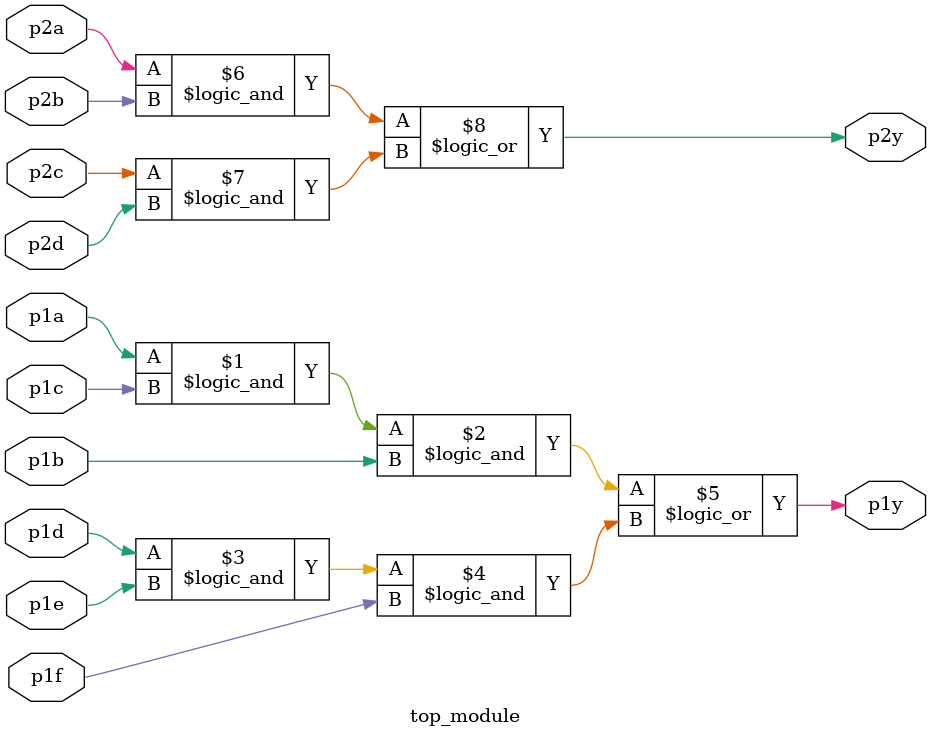
<source format=v>
module top_module ( 
    input p1a, p1b, p1c, p1d, p1e, p1f,
    output p1y,
    input p2a, p2b, p2c, p2d,
    output p2y );
    assign p1y = (p1a && p1c && p1b) || (p1d && p1e && p1f);
    assign p2y = (p2a && p2b) || (p2c && p2d);
      

endmodule

</source>
